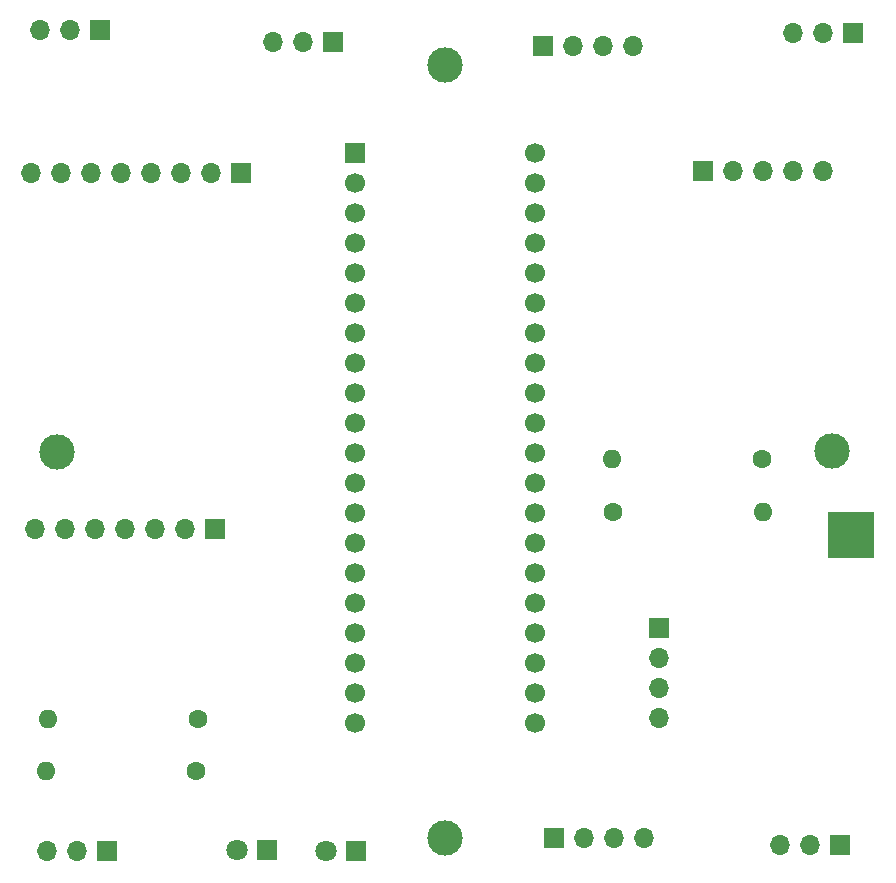
<source format=gbr>
%TF.GenerationSoftware,KiCad,Pcbnew,(6.0.1-0)*%
%TF.CreationDate,2022-02-26T01:43:08+01:00*%
%TF.ProjectId,YMFC-32,594d4643-2d33-4322-9e6b-696361645f70,rev?*%
%TF.SameCoordinates,Original*%
%TF.FileFunction,Soldermask,Top*%
%TF.FilePolarity,Negative*%
%FSLAX46Y46*%
G04 Gerber Fmt 4.6, Leading zero omitted, Abs format (unit mm)*
G04 Created by KiCad (PCBNEW (6.0.1-0)) date 2022-02-26 01:43:08*
%MOMM*%
%LPD*%
G01*
G04 APERTURE LIST*
%ADD10C,1.700000*%
%ADD11R,1.700000X1.700000*%
%ADD12O,1.700000X1.700000*%
%ADD13R,4.000000X4.000000*%
%ADD14C,1.600000*%
%ADD15O,1.600000X1.600000*%
%ADD16R,1.800000X1.800000*%
%ADD17C,1.800000*%
%ADD18C,3.000000*%
G04 APERTURE END LIST*
D10*
%TO.C,U1*%
X152570000Y-70970000D03*
D11*
X137330000Y-70970000D03*
D10*
X152570000Y-73510000D03*
X137330000Y-73510000D03*
X152570000Y-76050000D03*
X137330000Y-76050000D03*
X152570000Y-78590000D03*
X137330000Y-78590000D03*
X152570000Y-81130000D03*
X137330000Y-81130000D03*
X152570000Y-83670000D03*
X137330000Y-83670000D03*
X152570000Y-86210000D03*
X137330000Y-86210000D03*
X152570000Y-88750000D03*
X137330000Y-88750000D03*
X152570000Y-91290000D03*
X137330000Y-91290000D03*
X152570000Y-93830000D03*
X137330000Y-93830000D03*
X152570000Y-96370000D03*
X137330000Y-96370000D03*
X152570000Y-98910000D03*
X137330000Y-98910000D03*
X152570000Y-101450000D03*
X137330000Y-101450000D03*
X152570000Y-103990000D03*
X137330000Y-103990000D03*
X152570000Y-106530000D03*
X137330000Y-106530000D03*
X152570000Y-109070000D03*
X137330000Y-109070000D03*
X152570000Y-111610000D03*
X137330000Y-111610000D03*
X152570000Y-114150000D03*
X137330000Y-114150000D03*
X152570000Y-116690000D03*
X137330000Y-116690000D03*
X152570000Y-119230000D03*
X137330000Y-119230000D03*
%TD*%
D11*
%TO.C,J5*%
X115725000Y-60600000D03*
D12*
X113185000Y-60600000D03*
X110645000Y-60600000D03*
%TD*%
D13*
%TO.C,J6*%
X179300000Y-103300000D03*
%TD*%
D14*
%TO.C,R4*%
X171800000Y-96900000D03*
D15*
X159100000Y-96900000D03*
%TD*%
D11*
%TO.C,J4*%
X116325000Y-130100000D03*
D12*
X113785000Y-130100000D03*
X111245000Y-130100000D03*
%TD*%
D11*
%TO.C,J11*%
X125440000Y-102800000D03*
D12*
X122900000Y-102800000D03*
X120360000Y-102800000D03*
X117820000Y-102800000D03*
X115280000Y-102800000D03*
X112740000Y-102800000D03*
X110200000Y-102800000D03*
%TD*%
D16*
%TO.C,D2*%
X129900000Y-130000000D03*
D17*
X127360000Y-130000000D03*
%TD*%
D16*
%TO.C,D1*%
X137375000Y-130100000D03*
D17*
X134835000Y-130100000D03*
%TD*%
D11*
%TO.C,J2*%
X179525000Y-60800000D03*
D12*
X176985000Y-60800000D03*
X174445000Y-60800000D03*
%TD*%
D14*
%TO.C,R2*%
X123900000Y-123300000D03*
D15*
X111200000Y-123300000D03*
%TD*%
D11*
%TO.C,J3*%
X178425000Y-129600000D03*
D12*
X175885000Y-129600000D03*
X173345000Y-129600000D03*
%TD*%
D11*
%TO.C,J12*%
X166825000Y-72500000D03*
D12*
X169365000Y-72500000D03*
X171905000Y-72500000D03*
X174445000Y-72500000D03*
X176985000Y-72500000D03*
%TD*%
D11*
%TO.C,J1*%
X135425000Y-61600000D03*
D12*
X132885000Y-61600000D03*
X130345000Y-61600000D03*
%TD*%
D11*
%TO.C,J9*%
X163100000Y-111200000D03*
D12*
X163100000Y-113740000D03*
X163100000Y-116280000D03*
X163100000Y-118820000D03*
%TD*%
D18*
%TO.C,H1*%
X144900000Y-129000000D03*
%TD*%
D11*
%TO.C,J7*%
X153200000Y-61900000D03*
D12*
X155740000Y-61900000D03*
X158280000Y-61900000D03*
X160820000Y-61900000D03*
%TD*%
D14*
%TO.C,R3*%
X159150000Y-101400000D03*
D15*
X171850000Y-101400000D03*
%TD*%
D11*
%TO.C,J10*%
X127700000Y-72700000D03*
D12*
X125160000Y-72700000D03*
X122620000Y-72700000D03*
X120080000Y-72700000D03*
X117540000Y-72700000D03*
X115000000Y-72700000D03*
X112460000Y-72700000D03*
X109920000Y-72700000D03*
%TD*%
D18*
%TO.C,H2*%
X177700000Y-96200000D03*
%TD*%
D11*
%TO.C,J8*%
X154200000Y-129000000D03*
D12*
X156740000Y-129000000D03*
X159280000Y-129000000D03*
X161820000Y-129000000D03*
%TD*%
D14*
%TO.C,R1*%
X124000000Y-118900000D03*
D15*
X111300000Y-118900000D03*
%TD*%
D18*
%TO.C,H3*%
X144900000Y-63500000D03*
%TD*%
%TO.C,H4*%
X112100000Y-96300000D03*
%TD*%
M02*

</source>
